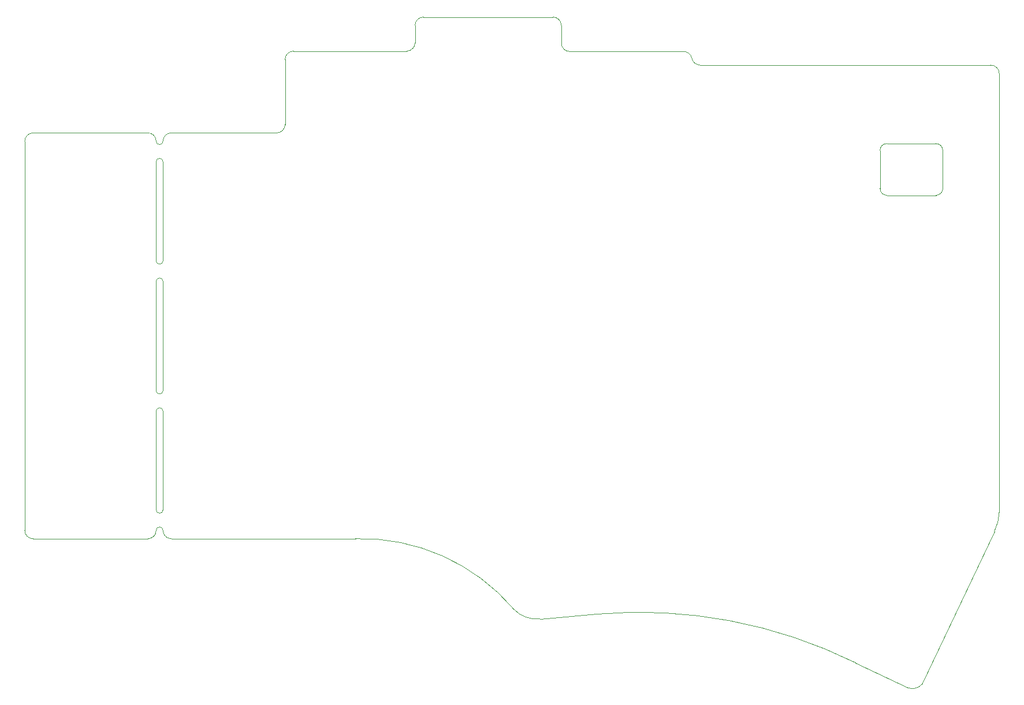
<source format=gtp>
%TF.GenerationSoftware,KiCad,Pcbnew,7.0.5-0*%
%TF.CreationDate,2023-10-23T15:51:27-07:00*%
%TF.ProjectId,Cantor_MX,43616e74-6f72-45f4-9d58-2e6b69636164,rev1.0*%
%TF.SameCoordinates,PX78114e0PY44b6550*%
%TF.FileFunction,Paste,Top*%
%TF.FilePolarity,Positive*%
%FSLAX46Y46*%
G04 Gerber Fmt 4.6, Leading zero omitted, Abs format (unit mm)*
G04 Created by KiCad (PCBNEW 7.0.5-0) date 2023-10-23 15:51:27*
%MOMM*%
%LPD*%
G01*
G04 APERTURE LIST*
%TA.AperFunction,Profile*%
%ADD10C,0.100000*%
%TD*%
G04 APERTURE END LIST*
D10*
X-48624955Y-8974517D02*
X-48625000Y-25025000D01*
X-11910000Y24806548D02*
G75*
G03*
X-10673448Y26043104I0J1236552D01*
G01*
X65685000Y3640000D02*
G75*
G03*
X66685000Y4640000I0J1000000D01*
G01*
X-47625000Y-25025000D02*
X-47624955Y-8974517D01*
X-46398448Y-46750000D02*
X-19400000Y-46750000D01*
X63630000Y-68110000D02*
X74248728Y-45663239D01*
X3789970Y-57090029D02*
G75*
G03*
X7610000Y-58539999I3440030J3305929D01*
G01*
X-48625000Y-28025000D02*
X-48625040Y-42523488D01*
X58485000Y11240000D02*
G75*
G03*
X57485000Y10240000I200J-1000200D01*
G01*
X57485000Y4640000D02*
X57485000Y10240000D01*
X29900001Y23770000D02*
G75*
G03*
X31110000Y22759999I1209999J219800D01*
G01*
X-47625000Y-28025000D02*
G75*
G03*
X-48125000Y-27525000I-500000J0D01*
G01*
X65685000Y3640000D02*
X58485000Y3640000D01*
X-46408363Y12807822D02*
X-30964374Y12807822D01*
X73670000Y22760000D02*
X31110000Y22760000D01*
X-10673448Y28570000D02*
X-10673448Y26043104D01*
X-9436896Y29806552D02*
X9530000Y29806552D01*
X-48125040Y-43023460D02*
G75*
G03*
X-47625040Y-42523488I40J499960D01*
G01*
X66677893Y10240000D02*
X66685000Y4640000D01*
X12003104Y24750000D02*
X28690000Y24750000D01*
X-48624915Y8581270D02*
X-48624955Y-5974517D01*
X-47624930Y8581270D02*
G75*
G03*
X-48124915Y9081270I-499970J30D01*
G01*
X74960028Y21510000D02*
G75*
G03*
X73670000Y22759999I-1241028J9900D01*
G01*
X-28480000Y24806552D02*
X-11910000Y24806552D01*
X74248732Y-45663241D02*
G75*
G03*
X74960000Y-42840000I-5725032J2943541D01*
G01*
X-48625017Y-5974517D02*
G75*
G03*
X-48124955Y-6474517I500117J117D01*
G01*
X-48625000Y-25025000D02*
G75*
G03*
X-48125000Y-25525000I500000J0D01*
G01*
X66677900Y10240000D02*
G75*
G03*
X65677893Y11240000I-1000000J0D01*
G01*
X-48125040Y-45023560D02*
G75*
G03*
X-48625040Y-45523488I-60J-499940D01*
G01*
X-47624939Y-45533448D02*
G75*
G03*
X-46398448Y-46749999I1216639J48D01*
G01*
X-49841592Y-46750100D02*
G75*
G03*
X-48625040Y-45523488I-108J1216700D01*
G01*
X-48624933Y11591230D02*
G75*
G03*
X-48124915Y11081270I500033J-9830D01*
G01*
X-47624917Y-8974517D02*
G75*
G03*
X-48124955Y-8474517I-500083J-83D01*
G01*
X-28480000Y24806527D02*
G75*
G03*
X-29730000Y23570000I-13400J-1236527D01*
G01*
X10766552Y28570000D02*
X10766552Y25980000D01*
X15940000Y-57820000D02*
X7610000Y-58540000D01*
X-47625040Y-42523488D02*
X-47625000Y-28025000D01*
X53910000Y-64960000D02*
X61613868Y-68641488D01*
X-67896540Y-45533448D02*
G75*
G03*
X-66670000Y-46750000I1216640J48D01*
G01*
X29900008Y23770002D02*
G75*
G03*
X28690000Y24750000I-1210008J-257002D01*
G01*
X-48124915Y9081215D02*
G75*
G03*
X-48624915Y8581270I-85J-499915D01*
G01*
X-66660000Y12806552D02*
G75*
G03*
X-67896552Y11570000I0J-1236552D01*
G01*
X-30964374Y12807822D02*
G75*
G03*
X-29727822Y14044374I-26J1236578D01*
G01*
X58485000Y11240000D02*
X65677893Y11240000D01*
X-66660000Y12806552D02*
X-49851507Y12807782D01*
X10766583Y25980000D02*
G75*
G03*
X12003104Y24750000I1230017J0D01*
G01*
X-48124915Y11081215D02*
G75*
G03*
X-47624915Y11581270I15J499985D01*
G01*
X-48124955Y-6474445D02*
G75*
G03*
X-47624955Y-5974517I-45J500045D01*
G01*
X-48624978Y11591230D02*
G75*
G03*
X-49851507Y12807782I-1216622J-30D01*
G01*
X-47624983Y-45533448D02*
G75*
G03*
X-48125040Y-45023488I-500117J9748D01*
G01*
X-9436896Y29806548D02*
G75*
G03*
X-10673448Y28570000I-4J-1236548D01*
G01*
X-48625088Y-42523488D02*
G75*
G03*
X-48125040Y-43023488I500088J88D01*
G01*
X-46408363Y12807855D02*
G75*
G03*
X-47624914Y11581270I63J-1216655D01*
G01*
X57485001Y4640000D02*
G75*
G03*
X58485000Y3640001I1009999J10000D01*
G01*
X-29730000Y23570000D02*
X-29727822Y14044374D01*
X3790002Y-57089998D02*
G75*
G03*
X-19400000Y-46750000I-22380702J-19019602D01*
G01*
X10766552Y28570000D02*
G75*
G03*
X9530000Y29806552I-1236552J0D01*
G01*
X-49841592Y-46750040D02*
X-66670000Y-46750000D01*
X-48125000Y-25525000D02*
G75*
G03*
X-47625000Y-25025000I0J500000D01*
G01*
X-48124955Y-8474545D02*
G75*
G03*
X-48624955Y-8974517I-45J-499955D01*
G01*
X-48125000Y-27525000D02*
G75*
G03*
X-48625000Y-28025000I0J-500000D01*
G01*
X-47624955Y-5974517D02*
X-47624915Y8581270D01*
X74960000Y-42840000D02*
X74960000Y21510000D01*
X61613883Y-68641447D02*
G75*
G03*
X63629999Y-68109999I623117J1726047D01*
G01*
X-67896552Y-45533448D02*
X-67896552Y11570000D01*
X53910001Y-64959998D02*
G75*
G03*
X15940000Y-57820000I-31697901J-64036302D01*
G01*
M02*

</source>
